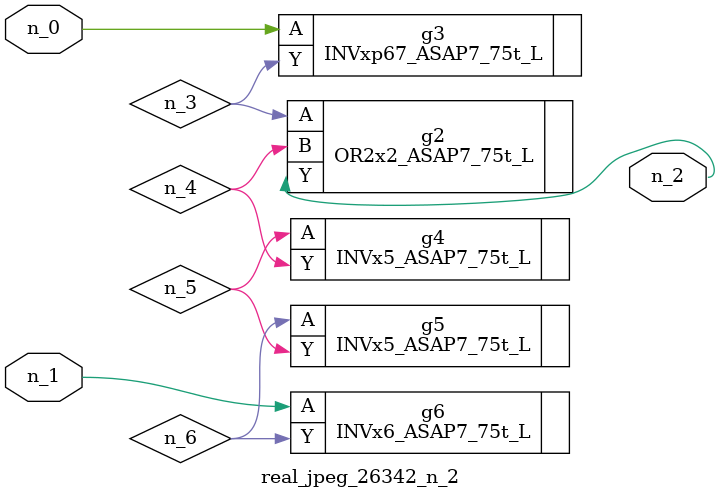
<source format=v>
module real_jpeg_26342_n_2 (n_1, n_0, n_2);

input n_1;
input n_0;

output n_2;

wire n_5;
wire n_4;
wire n_6;
wire n_3;

INVxp67_ASAP7_75t_L g3 ( 
.A(n_0),
.Y(n_3)
);

INVx6_ASAP7_75t_L g6 ( 
.A(n_1),
.Y(n_6)
);

OR2x2_ASAP7_75t_L g2 ( 
.A(n_3),
.B(n_4),
.Y(n_2)
);

INVx5_ASAP7_75t_L g4 ( 
.A(n_5),
.Y(n_4)
);

INVx5_ASAP7_75t_L g5 ( 
.A(n_6),
.Y(n_5)
);


endmodule
</source>
